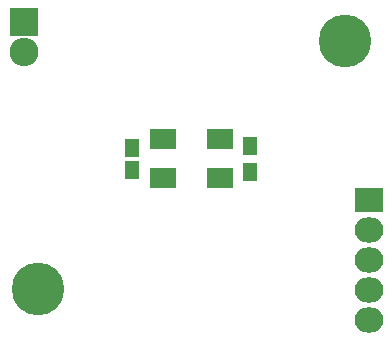
<source format=gts>
G04 #@! TF.FileFunction,Soldermask,Top*
%FSLAX46Y46*%
G04 Gerber Fmt 4.6, Leading zero omitted, Abs format (unit mm)*
G04 Created by KiCad (PCBNEW (2015-10-28 BZR 6285)-product) date Saturday, November 07, 2015 'PMt' 08:05:49 PM*
%MOMM*%
G01*
G04 APERTURE LIST*
%ADD10C,0.100000*%
%ADD11R,1.150000X1.600000*%
%ADD12R,2.432000X2.127200*%
%ADD13O,2.432000X2.127200*%
%ADD14R,1.300000X1.600000*%
%ADD15R,2.200000X1.800000*%
%ADD16C,4.464000*%
%ADD17R,2.432000X2.432000*%
%ADD18O,2.432000X2.432000*%
G04 APERTURE END LIST*
D10*
D11*
X113000000Y-114950000D03*
X113000000Y-113050000D03*
D12*
X133000000Y-117500000D03*
D13*
X133000000Y-120040000D03*
X133000000Y-122580000D03*
X133000000Y-125120000D03*
X133000000Y-127660000D03*
D14*
X123000000Y-115100000D03*
X123000000Y-112900000D03*
D15*
X115600000Y-112350000D03*
X115600000Y-115650000D03*
X120400000Y-115650000D03*
X120400000Y-112350000D03*
D16*
X131000000Y-104000000D03*
X105000000Y-125000000D03*
D17*
X103800000Y-102400000D03*
D18*
X103800000Y-104940000D03*
M02*

</source>
